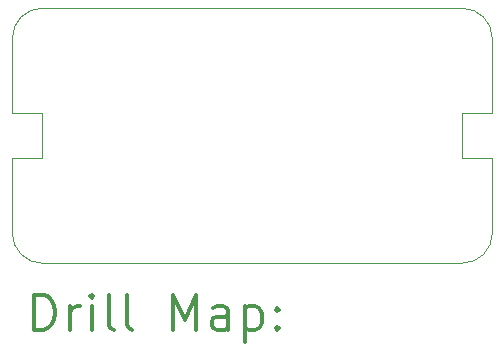
<source format=gbr>
%FSLAX45Y45*%
G04 Gerber Fmt 4.5, Leading zero omitted, Abs format (unit mm)*
G04 Created by KiCad (PCBNEW 5.1.6+dfsg1-1) date 2020-06-27 19:18:34*
%MOMM*%
%LPD*%
G01*
G04 APERTURE LIST*
%TA.AperFunction,Profile*%
%ADD10C,0.050000*%
%TD*%
%ADD11C,0.200000*%
%ADD12C,0.300000*%
G04 APERTURE END LIST*
D10*
X13843000Y-8636000D02*
X13843000Y-8001000D01*
X14097000Y-8636000D02*
X13843000Y-8636000D01*
X14097000Y-9017000D02*
X14097000Y-8636000D01*
X13843000Y-9017000D02*
X14097000Y-9017000D01*
X13843000Y-9652000D02*
X13843000Y-9017000D01*
X17907000Y-9017000D02*
X17907000Y-9652000D01*
X17653000Y-9017000D02*
X17907000Y-9017000D01*
X17653000Y-8636000D02*
X17653000Y-9017000D01*
X17907000Y-8636000D02*
X17653000Y-8636000D01*
X17907000Y-8001000D02*
X17907000Y-8636000D01*
X17907000Y-9652000D02*
G75*
G02*
X17653000Y-9906000I-254000J0D01*
G01*
X14097000Y-9906000D02*
G75*
G02*
X13843000Y-9652000I0J254000D01*
G01*
X13843000Y-8001000D02*
G75*
G02*
X14097000Y-7747000I254000J0D01*
G01*
X17653000Y-7747000D02*
G75*
G02*
X17907000Y-8001000I0J-254000D01*
G01*
X17653000Y-9906000D02*
X14097000Y-9906000D01*
X14097000Y-7747000D02*
X17653000Y-7747000D01*
D11*
D12*
X14029428Y-10471714D02*
X14029428Y-10171714D01*
X14100857Y-10171714D01*
X14143714Y-10186000D01*
X14172286Y-10214571D01*
X14186571Y-10243143D01*
X14200857Y-10300286D01*
X14200857Y-10343143D01*
X14186571Y-10400286D01*
X14172286Y-10428857D01*
X14143714Y-10457429D01*
X14100857Y-10471714D01*
X14029428Y-10471714D01*
X14329428Y-10471714D02*
X14329428Y-10271714D01*
X14329428Y-10328857D02*
X14343714Y-10300286D01*
X14358000Y-10286000D01*
X14386571Y-10271714D01*
X14415143Y-10271714D01*
X14515143Y-10471714D02*
X14515143Y-10271714D01*
X14515143Y-10171714D02*
X14500857Y-10186000D01*
X14515143Y-10200286D01*
X14529428Y-10186000D01*
X14515143Y-10171714D01*
X14515143Y-10200286D01*
X14700857Y-10471714D02*
X14672286Y-10457429D01*
X14658000Y-10428857D01*
X14658000Y-10171714D01*
X14858000Y-10471714D02*
X14829428Y-10457429D01*
X14815143Y-10428857D01*
X14815143Y-10171714D01*
X15200857Y-10471714D02*
X15200857Y-10171714D01*
X15300857Y-10386000D01*
X15400857Y-10171714D01*
X15400857Y-10471714D01*
X15672286Y-10471714D02*
X15672286Y-10314571D01*
X15658000Y-10286000D01*
X15629428Y-10271714D01*
X15572286Y-10271714D01*
X15543714Y-10286000D01*
X15672286Y-10457429D02*
X15643714Y-10471714D01*
X15572286Y-10471714D01*
X15543714Y-10457429D01*
X15529428Y-10428857D01*
X15529428Y-10400286D01*
X15543714Y-10371714D01*
X15572286Y-10357429D01*
X15643714Y-10357429D01*
X15672286Y-10343143D01*
X15815143Y-10271714D02*
X15815143Y-10571714D01*
X15815143Y-10286000D02*
X15843714Y-10271714D01*
X15900857Y-10271714D01*
X15929428Y-10286000D01*
X15943714Y-10300286D01*
X15958000Y-10328857D01*
X15958000Y-10414571D01*
X15943714Y-10443143D01*
X15929428Y-10457429D01*
X15900857Y-10471714D01*
X15843714Y-10471714D01*
X15815143Y-10457429D01*
X16086571Y-10443143D02*
X16100857Y-10457429D01*
X16086571Y-10471714D01*
X16072286Y-10457429D01*
X16086571Y-10443143D01*
X16086571Y-10471714D01*
X16086571Y-10286000D02*
X16100857Y-10300286D01*
X16086571Y-10314571D01*
X16072286Y-10300286D01*
X16086571Y-10286000D01*
X16086571Y-10314571D01*
M02*

</source>
